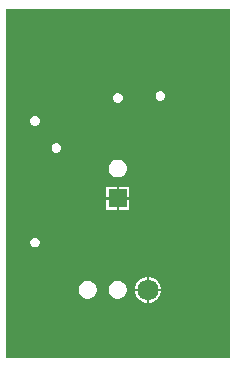
<source format=gbr>
%TF.GenerationSoftware,Altium Limited,Altium Designer,23.6.0 (18)*%
G04 Layer_Physical_Order=3*
G04 Layer_Color=16440176*
%FSLAX45Y45*%
%MOMM*%
%TF.SameCoordinates,57B8E715-CDE8-4F81-9698-3B096703D57B*%
%TF.FilePolarity,Positive*%
%TF.FileFunction,Copper,L3,Inr,Signal*%
%TF.Part,Single*%
G01*
G75*
%TA.AperFunction,ComponentPad*%
%ADD20C,1.80000*%
%ADD22R,1.52400X1.52400*%
%TA.AperFunction,ViaPad*%
%ADD25C,0.60000*%
G36*
X950000Y2979608D02*
Y20391D01*
X-950000Y20390D01*
Y2979608D01*
X950000Y2979608D01*
D02*
G37*
%LPC*%
G36*
X367957Y2280000D02*
X352043D01*
X337342Y2273910D01*
X326090Y2262658D01*
X320000Y2247957D01*
Y2232044D01*
X326090Y2217342D01*
X337342Y2206090D01*
X352043Y2200000D01*
X367957D01*
X382658Y2206090D01*
X393910Y2217342D01*
X400000Y2232044D01*
Y2247957D01*
X393910Y2262658D01*
X382658Y2273910D01*
X367957Y2280000D01*
D02*
G37*
G36*
X7957Y2265000D02*
X-7957D01*
X-22658Y2258910D01*
X-33910Y2247658D01*
X-40000Y2232957D01*
Y2217044D01*
X-33910Y2202342D01*
X-22658Y2191090D01*
X-7957Y2185000D01*
X7957D01*
X22658Y2191090D01*
X33910Y2202342D01*
X40000Y2217044D01*
Y2232957D01*
X33910Y2247658D01*
X22658Y2258910D01*
X7957Y2265000D01*
D02*
G37*
G36*
X-692044Y2070000D02*
X-707957D01*
X-722658Y2063910D01*
X-733910Y2052658D01*
X-740000Y2037957D01*
Y2022043D01*
X-733910Y2007342D01*
X-722658Y1996090D01*
X-707957Y1990000D01*
X-692044D01*
X-677342Y1996090D01*
X-666090Y2007342D01*
X-660000Y2022043D01*
Y2037957D01*
X-666090Y2052658D01*
X-677342Y2063910D01*
X-692044Y2070000D01*
D02*
G37*
G36*
X-512043Y1840000D02*
X-527957D01*
X-542658Y1833910D01*
X-553910Y1822658D01*
X-560000Y1807957D01*
Y1792043D01*
X-553910Y1777342D01*
X-542658Y1766090D01*
X-527957Y1760000D01*
X-512043D01*
X-497342Y1766090D01*
X-486090Y1777342D01*
X-480000Y1792043D01*
Y1807957D01*
X-486090Y1822658D01*
X-497342Y1833910D01*
X-512043Y1840000D01*
D02*
G37*
G36*
X9979Y1702800D02*
X-9979D01*
X-29258Y1697634D01*
X-46542Y1687655D01*
X-60655Y1673542D01*
X-70634Y1656258D01*
X-75800Y1636979D01*
Y1617021D01*
X-70634Y1597742D01*
X-60655Y1580458D01*
X-46542Y1566345D01*
X-29258Y1556366D01*
X-9979Y1551200D01*
X9979D01*
X29258Y1556366D01*
X46542Y1566345D01*
X60655Y1580458D01*
X70634Y1597742D01*
X75800Y1617021D01*
Y1636979D01*
X70634Y1656258D01*
X60655Y1673542D01*
X46542Y1687655D01*
X29258Y1697634D01*
X9979Y1702800D01*
D02*
G37*
G36*
X96520Y1469520D02*
X10150D01*
Y1383150D01*
X96520D01*
Y1469520D01*
D02*
G37*
G36*
X-10150D02*
X-96520D01*
Y1383150D01*
X-10150D01*
Y1469520D01*
D02*
G37*
G36*
X96520Y1362850D02*
X10150D01*
Y1276480D01*
X96520D01*
Y1362850D01*
D02*
G37*
G36*
X-10150D02*
X-96520D01*
Y1276480D01*
X-10150D01*
Y1362850D01*
D02*
G37*
G36*
X-692044Y1040000D02*
X-707957D01*
X-722658Y1033910D01*
X-733910Y1022658D01*
X-740000Y1007957D01*
Y992043D01*
X-733910Y977342D01*
X-722658Y966090D01*
X-707957Y960000D01*
X-692044D01*
X-677342Y966090D01*
X-666090Y977342D01*
X-660000Y992043D01*
Y1007957D01*
X-666090Y1022658D01*
X-677342Y1033910D01*
X-692044Y1040000D01*
D02*
G37*
G36*
X268524Y710320D02*
X264150D01*
Y610150D01*
X364320D01*
Y614524D01*
X356802Y642582D01*
X342278Y667738D01*
X321738Y688278D01*
X296582Y702802D01*
X268524Y710320D01*
D02*
G37*
G36*
X243850D02*
X239476D01*
X211418Y702802D01*
X186262Y688278D01*
X165722Y667738D01*
X151198Y642582D01*
X143680Y614524D01*
Y610150D01*
X243850D01*
Y710320D01*
D02*
G37*
G36*
X10137Y677000D02*
X-10137D01*
X-29721Y671753D01*
X-47279Y661615D01*
X-61615Y647279D01*
X-71752Y629721D01*
X-77000Y610137D01*
Y589863D01*
X-71752Y570279D01*
X-61615Y552721D01*
X-47279Y538385D01*
X-29721Y528248D01*
X-10137Y523000D01*
X10137D01*
X29721Y528248D01*
X47279Y538385D01*
X61615Y552721D01*
X71752Y570279D01*
X77000Y589863D01*
Y610137D01*
X71752Y629721D01*
X61615Y647279D01*
X47279Y661615D01*
X29721Y671753D01*
X10137Y677000D01*
D02*
G37*
G36*
X-243863D02*
X-264137D01*
X-283721Y671753D01*
X-301279Y661615D01*
X-315615Y647279D01*
X-325752Y629721D01*
X-331000Y610137D01*
Y589863D01*
X-325752Y570279D01*
X-315615Y552721D01*
X-301279Y538385D01*
X-283721Y528248D01*
X-264137Y523000D01*
X-243863D01*
X-224279Y528248D01*
X-206721Y538385D01*
X-192385Y552721D01*
X-182248Y570279D01*
X-177000Y589863D01*
Y610137D01*
X-182248Y629721D01*
X-192385Y647279D01*
X-206721Y661615D01*
X-224279Y671753D01*
X-243863Y677000D01*
D02*
G37*
G36*
X364320Y589850D02*
X264150D01*
Y489680D01*
X268524D01*
X296582Y497198D01*
X321738Y511722D01*
X342278Y532262D01*
X356802Y557418D01*
X364320Y585476D01*
Y589850D01*
D02*
G37*
G36*
X243850D02*
X143680D01*
Y585476D01*
X151198Y557418D01*
X165722Y532262D01*
X186262Y511722D01*
X211418Y497198D01*
X239476Y489680D01*
X243850D01*
Y589850D01*
D02*
G37*
%LPD*%
D20*
X254000Y600000D02*
D03*
D22*
X0Y1373000D02*
D03*
D25*
X-525000Y1650000D02*
D03*
%TF.MD5,625a2607af11008faf8e8ee7a37c3a0d*%
M02*

</source>
